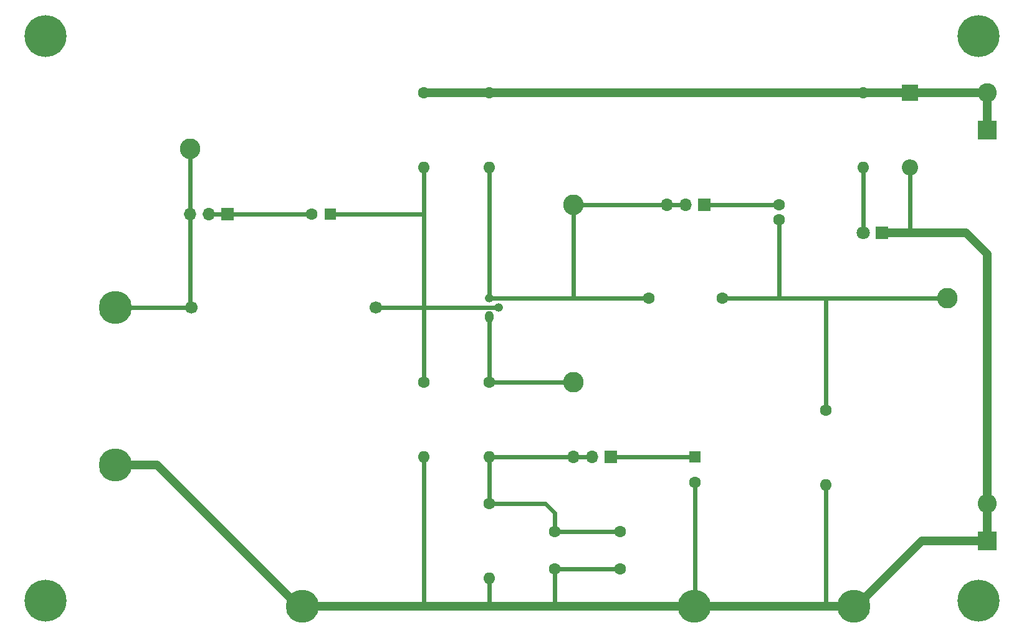
<source format=gbr>
%TF.GenerationSoftware,KiCad,Pcbnew,(7.0.0)*%
%TF.CreationDate,2023-03-04T17:35:51+02:00*%
%TF.ProjectId,Efectul cap de cuplaj si decuplare,45666563-7475-46c2-9063-617020646520,rev?*%
%TF.SameCoordinates,Original*%
%TF.FileFunction,Copper,L1,Top*%
%TF.FilePolarity,Positive*%
%FSLAX46Y46*%
G04 Gerber Fmt 4.6, Leading zero omitted, Abs format (unit mm)*
G04 Created by KiCad (PCBNEW (7.0.0)) date 2023-03-04 17:35:51*
%MOMM*%
%LPD*%
G01*
G04 APERTURE LIST*
%TA.AperFunction,ComponentPad*%
%ADD10R,1.800000X1.800000*%
%TD*%
%TA.AperFunction,ComponentPad*%
%ADD11C,1.800000*%
%TD*%
%TA.AperFunction,ComponentPad*%
%ADD12C,4.500000*%
%TD*%
%TA.AperFunction,ComponentPad*%
%ADD13C,2.800000*%
%TD*%
%TA.AperFunction,ComponentPad*%
%ADD14C,1.700000*%
%TD*%
%TA.AperFunction,ComponentPad*%
%ADD15R,2.600000X2.600000*%
%TD*%
%TA.AperFunction,ComponentPad*%
%ADD16C,2.600000*%
%TD*%
%TA.AperFunction,ComponentPad*%
%ADD17R,1.700000X1.700000*%
%TD*%
%TA.AperFunction,ComponentPad*%
%ADD18O,1.700000X1.700000*%
%TD*%
%TA.AperFunction,ComponentPad*%
%ADD19C,3.600000*%
%TD*%
%TA.AperFunction,ConnectorPad*%
%ADD20C,5.700000*%
%TD*%
%TA.AperFunction,ComponentPad*%
%ADD21R,2.200000X2.200000*%
%TD*%
%TA.AperFunction,ComponentPad*%
%ADD22O,2.200000X2.200000*%
%TD*%
%TA.AperFunction,ComponentPad*%
%ADD23R,1.600000X1.600000*%
%TD*%
%TA.AperFunction,ComponentPad*%
%ADD24C,1.600000*%
%TD*%
%TA.AperFunction,ComponentPad*%
%ADD25O,1.600000X1.600000*%
%TD*%
%TA.AperFunction,ComponentPad*%
%ADD26O,1.200000X1.600000*%
%TD*%
%TA.AperFunction,ComponentPad*%
%ADD27O,1.200000X1.200000*%
%TD*%
%TA.AperFunction,Conductor*%
%ADD28C,1.200000*%
%TD*%
%TA.AperFunction,Conductor*%
%ADD29C,0.600000*%
%TD*%
G04 APERTURE END LIST*
D10*
%TO.P,D1,1,K*%
%TO.N,GND*%
X204469999Y-76199999D03*
D11*
%TO.P,D1,2,A*%
%TO.N,Net-(D1-A)*%
X201930000Y-76200000D03*
%TD*%
D12*
%TO.P,TP8,1,1*%
%TO.N,GND*%
X179000000Y-127000000D03*
%TD*%
%TO.P,TP7,1,1*%
%TO.N,GND*%
X100330000Y-107750000D03*
%TD*%
%TO.P,TP6,1,1*%
%TO.N,GND*%
X125730000Y-127000000D03*
%TD*%
%TO.P,TP5,1,1*%
%TO.N,GND*%
X200660000Y-127000000D03*
%TD*%
D13*
%TO.P,TP4,1,1*%
%TO.N,Net-(C31-Pad2)*%
X213360000Y-85090000D03*
%TD*%
%TO.P,TP3,1,1*%
%TO.N,Net-(Q1-E)*%
X162560000Y-96520000D03*
%TD*%
%TO.P,TP2,1,1*%
%TO.N,Net-(J2-Pin_2)*%
X162560000Y-72390000D03*
%TD*%
%TO.P,TP1,1,1*%
%TO.N,IN*%
X110490000Y-64770000D03*
%TD*%
D12*
%TO.P,J6,1,Pin_1*%
%TO.N,IN*%
X100330000Y-86360000D03*
%TD*%
D14*
%TO.P,C11,1*%
%TO.N,Net-(Q1-B)*%
X135690000Y-86360000D03*
%TO.P,C11,2*%
%TO.N,IN*%
X110690000Y-86360000D03*
%TD*%
D15*
%TO.P,J5,1,Pin_1*%
%TO.N,GND*%
X218744999Y-118069999D03*
D16*
%TO.P,J5,2,Pin_2*%
X218745000Y-113070000D03*
%TD*%
D17*
%TO.P,J2,1,Pin_1*%
%TO.N,Net-(J2-Pin_1)*%
X180324999Y-72389999D03*
D18*
%TO.P,J2,2,Pin_2*%
%TO.N,Net-(J2-Pin_2)*%
X177784999Y-72389999D03*
%TO.P,J2,3,Pin_3*%
X175244999Y-72389999D03*
%TD*%
D19*
%TO.P,H4,1*%
%TO.N,N/C*%
X90830000Y-126240000D03*
D20*
X90830000Y-126240000D03*
%TD*%
D21*
%TO.P,D2,1,K*%
%TO.N,Net-(D2-K)*%
X208279999Y-57149999D03*
D22*
%TO.P,D2,2,A*%
%TO.N,GND*%
X208279999Y-67309999D03*
%TD*%
D23*
%TO.P,C12,1*%
%TO.N,Net-(Q1-B)*%
X129539999Y-73659999D03*
D24*
%TO.P,C12,2*%
%TO.N,Net-(J1-Pin_1)*%
X127040000Y-73660000D03*
%TD*%
%TO.P,R6,1*%
%TO.N,Net-(D2-K)*%
X201930000Y-57150000D03*
D25*
%TO.P,R6,2*%
%TO.N,Net-(D1-A)*%
X201929999Y-67309999D03*
%TD*%
D19*
%TO.P,H2,1*%
%TO.N,N/C*%
X90830000Y-49440000D03*
D20*
X90830000Y-49440000D03*
%TD*%
D15*
%TO.P,J4,1,Pin_1*%
%TO.N,Net-(D2-K)*%
X218744999Y-62189999D03*
D16*
%TO.P,J4,2,Pin_2*%
X218745000Y-57190000D03*
%TD*%
D24*
%TO.P,C31,1*%
%TO.N,Net-(J2-Pin_2)*%
X172800000Y-85090000D03*
%TO.P,C31,2*%
%TO.N,Net-(C31-Pad2)*%
X182800000Y-85090000D03*
%TD*%
D17*
%TO.P,J3,1,Pin_1*%
%TO.N,Net-(J3-Pin_1)*%
X167624999Y-106679999D03*
D18*
%TO.P,J3,2,Pin_2*%
%TO.N,Net-(J3-Pin_2)*%
X165084999Y-106679999D03*
%TO.P,J3,3,Pin_3*%
X162544999Y-106679999D03*
%TD*%
D24*
%TO.P,RL1,1*%
%TO.N,Net-(C31-Pad2)*%
X196850000Y-100330000D03*
D25*
%TO.P,RL1,2*%
%TO.N,GND*%
X196849999Y-110489999D03*
%TD*%
D24*
%TO.P,C212,1*%
%TO.N,Net-(J3-Pin_2)*%
X160020000Y-116880000D03*
%TO.P,C212,2*%
%TO.N,GND*%
X160020000Y-121880000D03*
%TD*%
D20*
%TO.P,H3,1*%
%TO.N,N/C*%
X217630000Y-49440000D03*
D19*
X217630000Y-49440000D03*
%TD*%
D24*
%TO.P,R2,1*%
%TO.N,Net-(Q1-B)*%
X142240000Y-96520000D03*
D25*
%TO.P,R2,2*%
%TO.N,GND*%
X142239999Y-106679999D03*
%TD*%
D17*
%TO.P,J1,1,Pin_1*%
%TO.N,Net-(J1-Pin_1)*%
X115554999Y-73659999D03*
D18*
%TO.P,J1,2,Pin_2*%
X113014999Y-73659999D03*
%TO.P,J1,3,Pin_3*%
%TO.N,IN*%
X110474999Y-73659999D03*
%TD*%
D24*
%TO.P,R4,1*%
%TO.N,Net-(J3-Pin_2)*%
X151130000Y-113030000D03*
D25*
%TO.P,R4,2*%
%TO.N,GND*%
X151129999Y-123189999D03*
%TD*%
D23*
%TO.P,C22,1*%
%TO.N,Net-(J3-Pin_1)*%
X179069999Y-106679999D03*
D24*
%TO.P,C22,2*%
%TO.N,GND*%
X179070000Y-110180000D03*
%TD*%
D26*
%TO.P,Q1,1,E*%
%TO.N,Net-(Q1-E)*%
X151129999Y-87629999D03*
D27*
%TO.P,Q1,2,B*%
%TO.N,Net-(Q1-B)*%
X152399999Y-86359999D03*
%TO.P,Q1,3,C*%
%TO.N,Net-(J2-Pin_2)*%
X151129999Y-85089999D03*
%TD*%
D24*
%TO.P,R3,1*%
%TO.N,Net-(Q1-E)*%
X151130000Y-96520000D03*
D25*
%TO.P,R3,2*%
%TO.N,Net-(J3-Pin_2)*%
X151129999Y-106679999D03*
%TD*%
D24*
%TO.P,R1,1*%
%TO.N,Net-(D2-K)*%
X142240000Y-57150000D03*
D25*
%TO.P,R1,2*%
%TO.N,Net-(Q1-B)*%
X142239999Y-67309999D03*
%TD*%
D24*
%TO.P,C32,1*%
%TO.N,Net-(J2-Pin_1)*%
X190500000Y-72390000D03*
%TO.P,C32,2*%
%TO.N,Net-(C31-Pad2)*%
X190500000Y-74390000D03*
%TD*%
%TO.P,R5,1*%
%TO.N,Net-(D2-K)*%
X151130000Y-57150000D03*
D25*
%TO.P,R5,2*%
%TO.N,Net-(J2-Pin_2)*%
X151129999Y-67309999D03*
%TD*%
D19*
%TO.P,H1,1*%
%TO.N,N/C*%
X217630000Y-126240000D03*
D20*
X217630000Y-126240000D03*
%TD*%
D24*
%TO.P,C211,1*%
%TO.N,Net-(J3-Pin_2)*%
X168910000Y-116880000D03*
%TO.P,C211,2*%
%TO.N,GND*%
X168910000Y-121880000D03*
%TD*%
D28*
%TO.N,GND*%
X201000000Y-127000000D02*
X209930000Y-118070000D01*
X209930000Y-118070000D02*
X218745000Y-118070000D01*
X196850000Y-127000000D02*
X201000000Y-127000000D01*
X125250000Y-127000000D02*
X142240000Y-127000000D01*
X106000000Y-107750000D02*
X125250000Y-127000000D01*
X100330000Y-107750000D02*
X106000000Y-107750000D01*
D29*
%TO.N,Net-(Q1-B)*%
X129540000Y-73660000D02*
X142240000Y-73660000D01*
X142240000Y-96520000D02*
X142240000Y-86360000D01*
X142240000Y-67310000D02*
X142240000Y-73660000D01*
X142210480Y-86330480D02*
X143539520Y-86330480D01*
X142210480Y-86330480D02*
X142240000Y-86300960D01*
X152370480Y-86330480D02*
X152400000Y-86360000D01*
X135690000Y-86360000D02*
X135719520Y-86330480D01*
X142240000Y-86360000D02*
X142210480Y-86330480D01*
X142240000Y-86300960D02*
X142240000Y-73660000D01*
X143539520Y-86330480D02*
X152370480Y-86330480D01*
X135719520Y-86330480D02*
X142210480Y-86330480D01*
%TO.N,IN*%
X110475000Y-73660000D02*
X110475000Y-86145000D01*
X110475000Y-64785000D02*
X110490000Y-64770000D01*
X100330000Y-86360000D02*
X110690000Y-86360000D01*
X110475000Y-86145000D02*
X110690000Y-86360000D01*
X110475000Y-73660000D02*
X110475000Y-64785000D01*
%TO.N,Net-(J1-Pin_1)*%
X115555000Y-73660000D02*
X127040000Y-73660000D01*
X113015000Y-73660000D02*
X115555000Y-73660000D01*
%TO.N,Net-(J3-Pin_1)*%
X167625000Y-106680000D02*
X179070000Y-106680000D01*
D28*
%TO.N,GND*%
X218745000Y-103175000D02*
X218745000Y-79045000D01*
X179070000Y-127000000D02*
X196850000Y-127000000D01*
X218745000Y-79045000D02*
X215900000Y-76200000D01*
D29*
X160020000Y-121880000D02*
X168910000Y-121880000D01*
X160020000Y-121880000D02*
X160020000Y-127000000D01*
X179070000Y-110180000D02*
X179070000Y-127000000D01*
D28*
X218745000Y-113070000D02*
X218745000Y-106375000D01*
D29*
X142240000Y-106680000D02*
X142240000Y-127000000D01*
X208280000Y-67310000D02*
X208280000Y-76200000D01*
D28*
X208280000Y-76200000D02*
X204470000Y-76200000D01*
X151130000Y-127000000D02*
X160020000Y-127000000D01*
D29*
X151130000Y-123190000D02*
X151130000Y-127000000D01*
D28*
X160020000Y-127000000D02*
X179070000Y-127000000D01*
D29*
X196850000Y-110490000D02*
X196850000Y-127000000D01*
D28*
X215900000Y-76200000D02*
X208280000Y-76200000D01*
X218745000Y-106375000D02*
X218745000Y-103175000D01*
X218745000Y-113070000D02*
X218745000Y-118070000D01*
X142240000Y-127000000D02*
X151130000Y-127000000D01*
D29*
%TO.N,Net-(J2-Pin_2)*%
X175245000Y-72390000D02*
X177785000Y-72390000D01*
X151130000Y-67310000D02*
X151130000Y-85090000D01*
X162560000Y-72390000D02*
X175245000Y-72390000D01*
X162560000Y-72390000D02*
X162560000Y-85090000D01*
X165100000Y-85090000D02*
X172800000Y-85090000D01*
X151130000Y-85090000D02*
X162560000Y-85090000D01*
X162560000Y-85090000D02*
X165100000Y-85090000D01*
%TO.N,Net-(C31-Pad2)*%
X196850000Y-100330000D02*
X196850000Y-85090000D01*
X190500000Y-74390000D02*
X190500000Y-85090000D01*
X182800000Y-85090000D02*
X196850000Y-85090000D01*
X196850000Y-85090000D02*
X213360000Y-85090000D01*
%TO.N,Net-(J2-Pin_1)*%
X180325000Y-72390000D02*
X190500000Y-72390000D01*
%TO.N,Net-(J3-Pin_2)*%
X160020000Y-116880000D02*
X168910000Y-116880000D01*
X160020000Y-114300000D02*
X160020000Y-116880000D01*
X158750000Y-113030000D02*
X160020000Y-114300000D01*
X151130000Y-106680000D02*
X151130000Y-113030000D01*
X162545000Y-106680000D02*
X165085000Y-106680000D01*
X151130000Y-106680000D02*
X162545000Y-106680000D01*
X151130000Y-113030000D02*
X158750000Y-113030000D01*
%TO.N,Net-(D1-A)*%
X201930000Y-76200000D02*
X201930000Y-67310000D01*
D28*
%TO.N,Net-(D2-K)*%
X142280000Y-57190000D02*
X142240000Y-57150000D01*
X218745000Y-57190000D02*
X218745000Y-62190000D01*
X218745000Y-57190000D02*
X142280000Y-57190000D01*
D29*
%TO.N,Net-(Q1-E)*%
X151130000Y-87630000D02*
X151130000Y-96520000D01*
X162560000Y-96520000D02*
X151130000Y-96520000D01*
%TD*%
M02*

</source>
